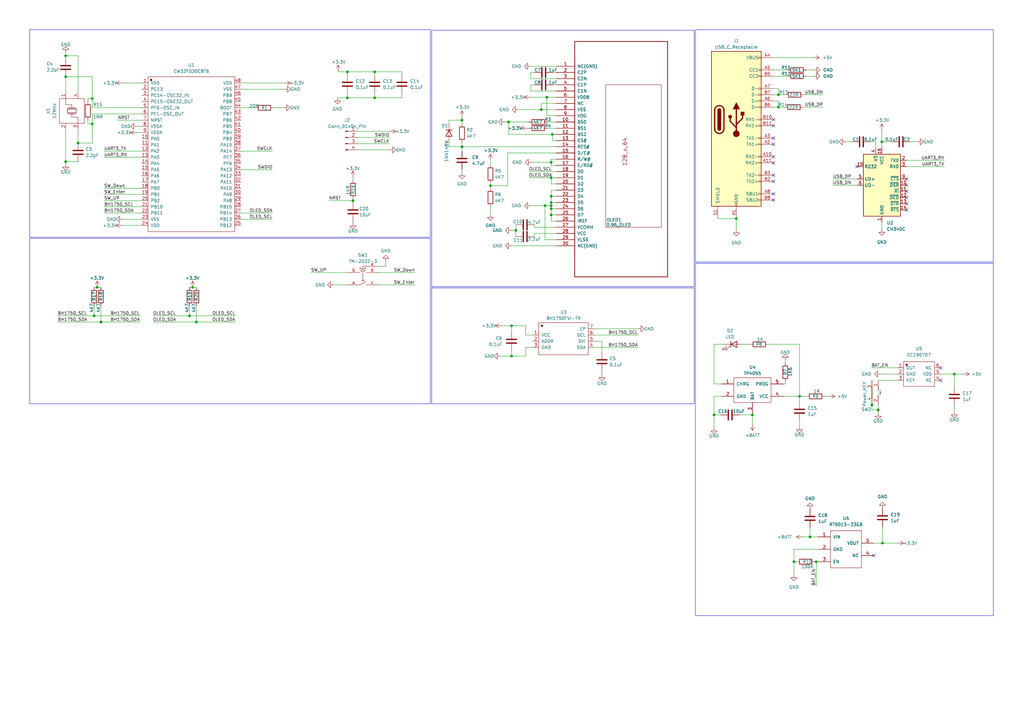
<source format=kicad_sch>
(kicad_sch (version 20230121) (generator eeschema)
  (paper "A3")
  (junction (at 142.494 29.464))
  (junction (at 80.518 132.08))
  (junction (at 201.168 76.2))
  (junction (at 153.67 40.132))
  (junction (at 226.568 55.118))
  (junction (at 39.878 117.856))
  (junction (at 361.95 222.758))
  (junction (at 226.06 88.138))
  (junction (at 189.484 60.198))
  (junction (at 226.06 85.598))
  (junction (at 325.628 230.378))
  (junction (at 37.846 50.8))
  (junction (at 189.484 49.276))
  (junction (at 357.632 166.116))
  (junction (at 221.996 44.958))
  (junction (at 224.282 39.878))
  (junction (at 78.994 117.856))
  (junction (at 308.61 170.18))
  (junction (at 142.494 40.132))
  (junction (at 319.278 43.942))
  (junction (at 211.582 94.488))
  (junction (at 332.232 220.218))
  (junction (at 209.804 133.604))
  (junction (at 319.278 38.862))
  (junction (at 292.862 170.18))
  (junction (at 360.172 168.148))
  (junction (at 32.004 58.674))
  (junction (at 26.924 22.86))
  (junction (at 226.06 72.898))
  (junction (at 77.724 129.54))
  (junction (at 334.772 230.378))
  (junction (at 391.414 153.416))
  (junction (at 302.006 89.662))
  (junction (at 153.67 29.464))
  (junction (at 41.402 132.08))
  (junction (at 226.06 83.058))
  (junction (at 144.78 82.296))
  (junction (at 26.924 66.294))
  (junction (at 361.696 58.166))
  (junction (at 223.52 84.328))
  (junction (at 209.804 146.05))
  (junction (at 226.06 84.328))
  (junction (at 38.608 129.54))
  (junction (at 208.534 50.038))
  (junction (at 327.914 162.56))
  (junction (at 26.924 31.496))
  (junction (at 226.06 80.518))
  (junction (at 226.06 66.548))
  (junction (at 37.846 40.386))
  (no_connect (at 371.856 75.946))
  (no_connect (at 371.856 86.106))
  (no_connect (at 317.246 71.882))
  (no_connect (at 371.856 81.026))
  (no_connect (at 385.826 150.876))
  (no_connect (at 371.856 83.566))
  (no_connect (at 371.856 78.486))
  (no_connect (at 317.246 82.042))
  (no_connect (at 317.246 51.562))
  (no_connect (at 371.856 73.406))
  (no_connect (at 317.246 79.502))
  (no_connect (at 385.826 155.956))
  (no_connect (at 358.394 227.838))
  (no_connect (at 351.536 68.326))
  (no_connect (at 317.246 64.262))
  (no_connect (at 317.246 66.802))
  (no_connect (at 317.246 49.022))
  (no_connect (at 317.246 59.182))
  (no_connect (at 317.246 74.422))
  (no_connect (at 317.246 56.642))
  (wire (pts (xy 317.246 36.322) (xy 319.278 36.322)))
  (wire (pts (xy 80.518 132.08) (xy 96.52 132.08)))
  (wire (pts (xy 201.168 75.184) (xy 201.168 76.2)))
  (wire (pts (xy 209.804 146.05) (xy 215.646 146.05)))
  (wire (pts (xy 36.068 49.276) (xy 36.068 50.8)))
  (wire (pts (xy 209.804 136.144) (xy 209.804 133.604)))
  (wire (pts (xy 308.61 173.99) (xy 308.61 170.18)))
  (wire (pts (xy 223.52 84.328) (xy 226.06 84.328)))
  (wire (pts (xy 164.846 40.132) (xy 153.67 40.132)))
  (wire (pts (xy 32.004 37.846) (xy 32.004 22.86)))
  (wire (pts (xy 224.536 52.578) (xy 228.092 52.578)))
  (wire (pts (xy 23.622 129.54) (xy 38.608 129.54)))
  (wire (pts (xy 26.924 66.294) (xy 32.004 66.294)))
  (wire (pts (xy 226.06 90.678) (xy 228.092 90.678)))
  (wire (pts (xy 78.994 117.856) (xy 77.724 117.856)))
  (wire (pts (xy 228.092 75.438) (xy 226.06 75.438)))
  (wire (pts (xy 329.184 220.218) (xy 332.232 220.218)))
  (wire (pts (xy 136.906 116.84) (xy 142.494 116.84)))
  (wire (pts (xy 226.06 85.598) (xy 226.06 88.138)))
  (wire (pts (xy 144.78 82.296) (xy 144.78 83.058)))
  (wire (pts (xy 26.924 22.86) (xy 26.924 23.876)))
  (wire (pts (xy 334.264 230.378) (xy 334.772 230.378)))
  (wire (pts (xy 319.278 38.862) (xy 317.246 38.862)))
  (wire (pts (xy 317.246 41.402) (xy 319.278 41.402)))
  (wire (pts (xy 36.068 50.8) (xy 37.846 50.8)))
  (wire (pts (xy 359.156 58.166) (xy 359.156 60.706)))
  (wire (pts (xy 333.502 23.622) (xy 317.246 23.622)))
  (wire (pts (xy 226.06 67.818) (xy 228.092 67.818)))
  (wire (pts (xy 327.914 141.224) (xy 327.914 162.56)))
  (wire (pts (xy 327.914 162.56) (xy 321.31 162.56)))
  (wire (pts (xy 42.672 79.756) (xy 58.166 79.756)))
  (wire (pts (xy 376.174 58.166) (xy 373.38 58.166)))
  (wire (pts (xy 23.622 132.08) (xy 41.402 132.08)))
  (wire (pts (xy 243.84 137.414) (xy 261.62 137.414)))
  (wire (pts (xy 208.28 62.738) (xy 208.28 76.2)))
  (wire (pts (xy 226.568 57.658) (xy 226.568 55.118)))
  (wire (pts (xy 42.672 82.296) (xy 58.166 82.296)))
  (wire (pts (xy 80.518 125.476) (xy 80.518 132.08)))
  (wire (pts (xy 38.608 125.476) (xy 38.608 129.54)))
  (wire (pts (xy 361.95 222.758) (xy 358.394 222.758)))
  (wire (pts (xy 228.092 62.738) (xy 208.28 62.738)))
  (wire (pts (xy 327.914 175.006) (xy 327.914 172.466)))
  (wire (pts (xy 226.06 88.138) (xy 228.092 88.138)))
  (wire (pts (xy 329.438 43.942) (xy 337.566 43.942)))
  (wire (pts (xy 134.874 82.296) (xy 144.78 82.296)))
  (wire (pts (xy 208.28 76.2) (xy 201.168 76.2)))
  (wire (pts (xy 42.672 84.836) (xy 58.166 84.836)))
  (wire (pts (xy 201.168 87.884) (xy 201.168 84.836)))
  (wire (pts (xy 319.278 38.862) (xy 322.072 38.862)))
  (wire (pts (xy 32.004 22.86) (xy 26.924 22.86)))
  (wire (pts (xy 361.696 53.34) (xy 361.696 58.166)))
  (wire (pts (xy 341.63 75.946) (xy 351.536 75.946)))
  (wire (pts (xy 111.76 87.376) (xy 98.806 87.376)))
  (wire (pts (xy 346.71 58.166) (xy 349.504 58.166)))
  (wire (pts (xy 216.408 52.578) (xy 216.916 52.578)))
  (wire (pts (xy 261.62 134.874) (xy 243.84 134.874)))
  (wire (pts (xy 208.534 55.118) (xy 208.534 50.038)))
  (wire (pts (xy 368.046 155.956) (xy 360.172 155.956)))
  (wire (pts (xy 226.06 80.518) (xy 226.06 83.058)))
  (wire (pts (xy 41.402 125.476) (xy 41.402 132.08)))
  (wire (pts (xy 217.678 34.798) (xy 217.678 37.338)))
  (wire (pts (xy 360.172 168.148) (xy 360.172 166.116)))
  (wire (pts (xy 319.278 43.942) (xy 321.818 43.942)))
  (wire (pts (xy 365.76 58.166) (xy 361.696 58.166)))
  (wire (pts (xy 184.15 58.42) (xy 184.15 60.198)))
  (wire (pts (xy 323.088 31.242) (xy 317.246 31.242)))
  (wire (pts (xy 228.092 77.978) (xy 226.06 77.978)))
  (wire (pts (xy 360.172 169.418) (xy 360.172 168.148)))
  (wire (pts (xy 62.738 129.54) (xy 77.724 129.54)))
  (wire (pts (xy 219.202 93.218) (xy 228.092 93.218)))
  (wire (pts (xy 36.068 40.386) (xy 37.846 40.386)))
  (wire (pts (xy 357.632 155.956) (xy 357.632 166.116)))
  (wire (pts (xy 56.134 54.356) (xy 58.166 54.356)))
  (wire (pts (xy 361.188 153.416) (xy 368.046 153.416)))
  (wire (pts (xy 153.67 38.354) (xy 153.67 40.132)))
  (wire (pts (xy 226.06 72.898) (xy 228.092 72.898)))
  (wire (pts (xy 357.632 166.116) (xy 357.632 168.148)))
  (wire (pts (xy 292.862 170.18) (xy 295.656 170.18)))
  (wire (pts (xy 158.242 107.188) (xy 158.242 109.22)))
  (wire (pts (xy 321.31 157.48) (xy 322.072 157.48)))
  (wire (pts (xy 116.332 44.196) (xy 112.268 44.196)))
  (wire (pts (xy 111.76 69.596) (xy 98.806 69.596)))
  (wire (pts (xy 226.06 83.058) (xy 226.06 84.328)))
  (wire (pts (xy 325.628 235.712) (xy 325.628 230.378)))
  (wire (pts (xy 243.84 142.494) (xy 261.62 142.494)))
  (wire (pts (xy 50.292 92.456) (xy 58.166 92.456)))
  (wire (pts (xy 325.628 230.378) (xy 326.644 230.378)))
  (wire (pts (xy 319.278 36.322) (xy 319.278 38.862)))
  (wire (pts (xy 228.092 85.598) (xy 226.06 85.598)))
  (wire (pts (xy 224.536 50.038) (xy 228.092 50.038)))
  (wire (pts (xy 209.804 100.838) (xy 228.092 100.838)))
  (wire (pts (xy 116.586 36.576) (xy 98.806 36.576)))
  (wire (pts (xy 189.484 61.976) (xy 189.484 60.198)))
  (wire (pts (xy 184.15 49.276) (xy 189.484 49.276)))
  (wire (pts (xy 221.996 44.958) (xy 228.092 44.958)))
  (wire (pts (xy 228.092 42.418) (xy 221.996 42.418)))
  (wire (pts (xy 219.202 29.718) (xy 217.678 29.718)))
  (wire (pts (xy 387.35 68.326) (xy 371.856 68.326)))
  (wire (pts (xy 215.646 146.05) (xy 215.646 142.494)))
  (wire (pts (xy 226.06 66.548) (xy 226.06 67.818)))
  (wire (pts (xy 217.678 27.178) (xy 228.092 27.178)))
  (wire (pts (xy 325.628 225.298) (xy 335.534 225.298)))
  (wire (pts (xy 221.996 42.418) (xy 221.996 44.958)))
  (wire (pts (xy 32.004 53.086) (xy 32.004 58.674)))
  (wire (pts (xy 217.678 29.718) (xy 217.678 32.258)))
  (wire (pts (xy 216.916 70.358) (xy 228.092 70.358)))
  (wire (pts (xy 42.672 77.216) (xy 58.166 77.216)))
  (wire (pts (xy 48.26 49.276) (xy 58.166 49.276)))
  (wire (pts (xy 292.862 157.48) (xy 292.862 141.224)))
  (wire (pts (xy 155.194 111.76) (xy 170.18 111.76)))
  (wire (pts (xy 292.862 141.224) (xy 297.18 141.224)))
  (wire (pts (xy 226.06 88.138) (xy 226.06 90.678)))
  (wire (pts (xy 302.006 89.662) (xy 294.386 89.662)))
  (wire (pts (xy 138.684 29.21) (xy 138.684 29.464)))
  (wire (pts (xy 153.67 29.464) (xy 164.846 29.464)))
  (wire (pts (xy 322.072 157.48) (xy 322.072 156.464)))
  (wire (pts (xy 138.43 40.132) (xy 142.494 40.132)))
  (wire (pts (xy 391.414 158.75) (xy 391.414 153.416)))
  (wire (pts (xy 127.508 111.76) (xy 142.494 111.76)))
  (wire (pts (xy 223.52 98.298) (xy 223.52 84.328)))
  (wire (pts (xy 357.632 168.148) (xy 360.172 168.148)))
  (wire (pts (xy 158.242 109.22) (xy 155.194 109.22)))
  (wire (pts (xy 215.646 137.414) (xy 215.646 133.604)))
  (wire (pts (xy 319.278 41.402) (xy 319.278 43.942)))
  (wire (pts (xy 56.134 51.816) (xy 58.166 51.816)))
  (wire (pts (xy 62.738 132.08) (xy 80.518 132.08)))
  (wire (pts (xy 209.804 94.488) (xy 211.582 94.488)))
  (wire (pts (xy 37.846 44.196) (xy 37.846 40.386)))
  (wire (pts (xy 212.598 44.958) (xy 221.996 44.958)))
  (wire (pts (xy 205.232 146.05) (xy 209.804 146.05)))
  (wire (pts (xy 26.924 31.496) (xy 26.924 37.846)))
  (wire (pts (xy 58.166 44.196) (xy 37.846 44.196)))
  (wire (pts (xy 209.804 133.604) (xy 215.646 133.604)))
  (wire (pts (xy 217.932 66.548) (xy 226.06 66.548)))
  (wire (pts (xy 116.586 34.036) (xy 98.806 34.036)))
  (wire (pts (xy 325.628 230.378) (xy 325.628 225.298)))
  (wire (pts (xy 361.95 216.154) (xy 361.95 222.758)))
  (wire (pts (xy 357.378 150.876) (xy 368.046 150.876)))
  (wire (pts (xy 334.772 230.378) (xy 335.534 230.378)))
  (wire (pts (xy 144.78 91.44) (xy 144.78 90.678)))
  (wire (pts (xy 26.924 66.294) (xy 26.924 53.086)))
  (wire (pts (xy 226.822 34.798) (xy 228.092 34.798)))
  (wire (pts (xy 138.684 29.464) (xy 142.494 29.464)))
  (wire (pts (xy 26.924 67.31) (xy 26.924 66.294)))
  (wire (pts (xy 37.846 58.674) (xy 37.846 50.8)))
  (wire (pts (xy 159.766 56.388) (xy 146.812 56.388)))
  (wire (pts (xy 159.766 58.928) (xy 146.812 58.928)))
  (wire (pts (xy 42.672 87.376) (xy 58.166 87.376)))
  (wire (pts (xy 228.092 47.498) (xy 224.282 47.498)))
  (wire (pts (xy 37.846 50.8) (xy 37.846 46.736)))
  (wire (pts (xy 142.494 40.132) (xy 142.494 38.354)))
  (wire (pts (xy 322.072 147.828) (xy 322.072 148.844)))
  (wire (pts (xy 302.006 94.234) (xy 302.006 89.662)))
  (wire (pts (xy 219.202 34.798) (xy 217.678 34.798)))
  (wire (pts (xy 330.708 162.56) (xy 327.914 162.56)))
  (wire (pts (xy 189.484 70.866) (xy 189.484 69.596)))
  (wire (pts (xy 142.494 29.464) (xy 153.67 29.464)))
  (wire (pts (xy 184.15 50.8) (xy 184.15 49.276)))
  (wire (pts (xy 226.06 77.978) (xy 226.06 80.518)))
  (wire (pts (xy 155.194 116.84) (xy 170.18 116.84)))
  (wire (pts (xy 50.292 89.916) (xy 58.166 89.916)))
  (wire (pts (xy 292.862 170.18) (xy 292.862 162.56)))
  (wire (pts (xy 226.568 55.118) (xy 228.092 55.118)))
  (wire (pts (xy 41.402 132.08) (xy 57.404 132.08)))
  (wire (pts (xy 334.772 240.284) (xy 334.772 230.378)))
  (wire (pts (xy 361.696 58.166) (xy 361.696 60.706)))
  (wire (pts (xy 144.78 72.644) (xy 144.78 73.914)))
  (wire (pts (xy 111.76 61.976) (xy 98.806 61.976)))
  (wire (pts (xy 226.06 65.278) (xy 226.06 66.548)))
  (wire (pts (xy 215.646 142.494) (xy 218.44 142.494)))
  (wire (pts (xy 226.568 55.118) (xy 208.534 55.118)))
  (wire (pts (xy 36.068 41.656) (xy 36.068 40.386)))
  (wire (pts (xy 218.44 137.414) (xy 215.646 137.414)))
  (wire (pts (xy 189.484 49.276) (xy 189.484 50.8)))
  (wire (pts (xy 42.672 61.976) (xy 58.166 61.976)))
  (wire (pts (xy 164.846 38.354) (xy 164.846 40.132)))
  (wire (pts (xy 201.168 76.2) (xy 201.168 77.216)))
  (wire (pts (xy 184.15 60.198) (xy 189.484 60.198)))
  (wire (pts (xy 226.06 84.328) (xy 226.06 85.598)))
  (wire (pts (xy 153.67 40.132) (xy 142.494 40.132)))
  (wire (pts (xy 217.678 84.328) (xy 223.52 84.328)))
  (wire (pts (xy 319.278 43.942) (xy 317.246 43.942)))
  (wire (pts (xy 189.484 58.42) (xy 189.484 60.198)))
  (wire (pts (xy 211.582 94.488) (xy 211.582 92.202)))
  (wire (pts (xy 323.088 28.702) (xy 317.246 28.702)))
  (wire (pts (xy 304.8 141.224) (xy 307.594 141.224)))
  (wire (pts (xy 292.862 175.514) (xy 292.862 170.18)))
  (wire (pts (xy 243.84 139.954) (xy 246.888 139.954)))
  (wire (pts (xy 201.168 65.786) (xy 201.168 67.564)))
  (wire (pts (xy 211.582 94.488) (xy 211.582 97.028)))
  (wire (pts (xy 228.092 98.298) (xy 223.52 98.298)))
  (wire (pts (xy 38.608 129.54) (xy 57.404 129.54)))
  (wire (pts (xy 77.724 125.476) (xy 77.724 129.54)))
  (wire (pts (xy 292.862 162.56) (xy 295.91 162.56)))
  (wire (pts (xy 357.124 58.166) (xy 359.156 58.166)))
  (wire (pts (xy 26.924 21.59) (xy 26.924 22.86)))
  (wire (pts (xy 42.672 64.516) (xy 58.166 64.516)))
  (wire (pts (xy 217.678 39.878) (xy 224.282 39.878)))
  (wire (pts (xy 224.282 47.498) (xy 224.282 39.878)))
  (wire (pts (xy 104.648 44.196) (xy 98.806 44.196)))
  (wire (pts (xy 246.888 139.954) (xy 246.888 144.526)))
  (wire (pts (xy 207.01 50.038) (xy 208.534 50.038)))
  (wire (pts (xy 209.804 143.764) (xy 209.804 146.05)))
  (wire (pts (xy 159.766 61.468) (xy 146.812 61.468)))
  (wire (pts (xy 394.97 153.416) (xy 391.414 153.416)))
  (wire (pts (xy 153.67 29.464) (xy 153.67 30.734)))
  (wire (pts (xy 226.06 83.058) (xy 228.092 83.058)))
  (wire (pts (xy 391.414 168.91) (xy 391.414 166.37)))
  (wire (pts (xy 330.708 28.702) (xy 333.756 28.702)))
  (wire (pts (xy 226.822 29.718) (xy 228.092 29.718)))
  (wire (pts (xy 332.232 220.218) (xy 335.534 220.218)))
  (wire (pts (xy 111.76 89.916) (xy 98.806 89.916)))
  (wire (pts (xy 217.678 32.258) (xy 228.092 32.258)))
  (wire (pts (xy 77.724 129.54) (xy 96.52 129.54)))
  (wire (pts (xy 332.232 216.408) (xy 332.232 220.218)))
  (wire (pts (xy 315.214 141.224) (xy 327.914 141.224)))
  (wire (pts (xy 142.494 29.464) (xy 142.494 30.734)))
  (wire (pts (xy 391.414 153.416) (xy 385.826 153.416)))
  (wire (pts (xy 216.916 72.898) (xy 226.06 72.898)))
  (wire (pts (xy 228.092 65.278) (xy 226.06 65.278)))
  (wire (pts (xy 303.276 170.18) (xy 308.61 170.18)))
  (wire (pts (xy 78.994 117.856) (xy 80.518 117.856)))
  (wire (pts (xy 37.846 46.736) (xy 58.166 46.736)))
  (wire (pts (xy 205.74 133.604) (xy 209.804 133.604)))
  (wire (pts (xy 217.678 37.338) (xy 228.092 37.338)))
  (wire (pts (xy 219.202 92.202) (xy 219.202 93.218)))
  (wire (pts (xy 226.06 80.518) (xy 228.092 80.518)))
  (wire (pts (xy 32.004 58.674) (xy 37.846 58.674)))
  (wire (pts (xy 330.708 31.242) (xy 333.756 31.242)))
  (wire (pts (xy 338.328 162.56) (xy 339.852 162.56)))
  (wire (pts (xy 50.292 34.036) (xy 58.166 34.036)))
  (wire (pts (xy 327.914 164.846) (xy 327.914 162.56)))
  (wire (pts (xy 361.696 93.98) (xy 361.696 91.186)))
  (wire (pts (xy 164.846 29.464) (xy 164.846 30.734)))
  (wire (pts (xy 39.878 117.856) (xy 41.402 117.856)))
  (wire (pts (xy 246.888 153.67) (xy 246.888 152.146)))
  (wire (pts (xy 224.282 39.878) (xy 228.092 39.878)))
  (wire (pts (xy 228.092 57.658) (xy 226.568 57.658)))
  (wire (pts (xy 189.484 48.006) (xy 189.484 49.276)))
  (wire (pts (xy 37.846 31.496) (xy 26.924 31.496)))
  (wire (pts (xy 226.06 75.438) (xy 226.06 72.898)))
  (wire (pts (xy 208.534 50.038) (xy 216.916 50.038)))
  (wire (pts (xy 144.78 81.534) (xy 144.78 82.296)))
  (wire (pts (xy 159.766 53.848) (xy 146.812 53.848)))
  (wire (pts (xy 368.046 222.758) (xy 361.95 222.758)))
  (wire (pts (xy 37.846 40.386) (xy 37.846 31.496)))
  (wire (pts (xy 387.35 65.786) (xy 371.856 65.786)))
  (wire (pts (xy 295.91 157.48) (xy 292.862 157.48)))
  (wire (pts (xy 341.63 73.406) (xy 351.536 73.406)))
  (wire (pts (xy 219.202 95.758) (xy 219.202 97.028)))
  (wire (pts (xy 228.092 95.758) (xy 219.202 95.758)))
  (wire (pts (xy 189.484 60.198) (xy 228.092 60.198)))
  (wire (pts (xy 329.692 38.862) (xy 337.566 38.862)))
  (wire (pts (xy 39.878 117.856) (xy 38.608 117.856)))
  (rectangle (start 12.192 97.79) (end 176.53 165.608))
  (rectangle (start 285.242 107.95) (end 407.416 252.476))
  (rectangle (start 177.038 12.446) (end 284.734 117.602))
  (rectangle (start 177.038 118.11) (end 284.734 165.608))
  (rectangle (start 285.242 12.192) (end 407.416 107.442))
  (rectangle (start 12.192 12.192) (end 176.53 97.282))
  (label "SWCLK" (at 159.766 58.928 180))
  (label "SW_UP" (at 42.672 82.296 0))
  (label "BH1750_SDA" (at 57.404 132.08 180))
  (label "SWDIO" (at 159.766 56.388 180))
  (label "UART3_RX" (at 387.35 65.786 180))
  (label "BH1750_SCL" (at 57.404 129.54 180))
  (label "NRST" (at 48.26 49.276 0))
  (label "OLED_SDA" (at 62.738 132.08 0))
  (label "OLED_SCL" (at 96.52 129.54 180))
  (label "USB_DN" (at 337.566 38.862 180))
  (label "BH1750_SCL" (at 23.622 129.54 0))
  (label "NRST" (at 134.874 82.296 0))
  (label "SWCLK" (at 111.76 61.976 180))
  (label "BAT_EN" (at 357.378 150.876 0))
  (label "OLED_SDA" (at 216.916 72.898 0))
  (label "OLED_SDA" (at 111.76 87.376 180))
  (label "UART3_RX" (at 42.672 64.516 0))
  (label "BH1750_SDA" (at 42.672 87.376 0))
  (label "OLED_SCL" (at 62.738 129.54 0))
  (label "SW_Enter" (at 170.18 116.84 180))
  (label "SW_UP" (at 127.508 111.76 0))
  (label "UART3_TX" (at 387.35 68.326 180))
  (label "OLED_SCL" (at 216.916 70.358 0))
  (label "UART3_TX" (at 42.672 61.976 0))
  (label "SWDIO" (at 111.76 69.596 180))
  (label "OLED_SDA" (at 96.52 132.08 180))
  (label "USB_DN" (at 341.63 75.946 0))
  (label "BH1750_SCL" (at 42.672 84.836 0))
  (label "OLED_SCL" (at 111.76 89.916 180))
  (label "BAT_EN" (at 334.772 240.284 90))
  (label "USB_DP" (at 341.63 73.406 0))
  (label "SW_Down" (at 170.18 111.76 180))
  (label "SW_Enter" (at 42.672 79.756 0))
  (label "USB_DP" (at 337.566 43.942 180))
  (label "BH1750_SDA" (at 261.62 142.494 180))
  (label "SW_Down" (at 42.672 77.216 0))
  (label "BH1750_SDA" (at 23.622 132.08 0))
  (label "BH1750_SCL" (at 261.62 137.414 180))
  (symbol (lib_id "Device:R") (at 201.168 81.026 0) (unit 1)
    (property "Reference" "R6" (at 202.946 79.756 0) (effects (justify left)))
    (property "Value" "4K7" (at 202.946 82.296 0) (effects (justify left)))
    (property "Footprint" "Resistor_SMD:R_0603_1608Metric" (effects hide))
  )
  (symbol (lib_id "Device:R") (at 325.882 38.862 90) (unit 1)
    (property "Reference" "R13" (at 323.342 37.846 90) (effects (justify left)))
    (property "Value" "22R" (at 327.66 38.862 90) (effects (justify left)))
    (property "Footprint" "Resistor_SMD:R_0603_1608Metric" (effects hide))
  )
  (symbol (lib_id "power:GND") (at 332.232 208.788 180) (unit 1)
    (property "Reference" "#PWR047" (effects hide))
    (property "Value" "GND" (at 332.232 204.47 0))
  )
  (symbol (lib_id "Device:R") (at 38.608 121.666 0) (unit 1)
    (property "Reference" "R17" (at 38.608 123.444 90) (effects (justify left)))
    (property "Value" "4K7" (at 37.592 128.27 90) (effects (justify left)))
    (property "Footprint" "Resistor_SMD:R_0603_1608Metric" (effects hide))
  )
  (symbol (lib_id "power:+3.3V") (at 205.74 133.604 90) (unit 1)
    (property "Reference" "#PWR016" (effects hide))
    (property "Value" "+3.3V" (at 203.454 133.604 90) (effects (justify left)))
  )
  (symbol (lib_id "power:GND") (at 217.932 66.548 270) (unit 1)
    (property "Reference" "#PWR021" (effects hide))
    (property "Value" "GND" (at 214.122 66.548 90) (effects (justify right)))
  )
  (symbol (lib_id "Device:C") (at 142.494 34.544 0) (unit 1)
    (property "Reference" "C12" (at 145.796 33.274 0) (effects (justify left)))
    (property "Value" "0.1uF" (at 145.796 35.814 0) (effects (justify left)))
    (property "Footprint" "Capacitor_SMD:C_0603_1608Metric" (effects hide))
  )
  (symbol (lib_id "Device:R") (at 189.484 54.61 0) (unit 1)
    (property "Reference" "R2" (at 191.262 53.34 0) (effects (justify left)))
    (property "Value" "4K7" (at 191.262 55.88 0) (effects (justify left)))
    (property "Footprint" "Resistor_SMD:R_0603_1608Metric" (effects hide))
  )
  (symbol (lib_id "Device:C") (at 189.484 65.786 0) (unit 1)
    (property "Reference" "C9" (at 193.548 64.516 0) (effects (justify left)))
    (property "Value" "4.7uF" (at 193.548 67.056 0) (effects (justify left)))
    (property "Footprint" "Capacitor_SMD:C_0603_1608Metric" (effects hide))
  )
  (symbol (lib_id "power:GND") (at 26.924 21.59 180) (unit 1)
    (property "Reference" "#PWR056" (effects hide))
    (property "Value" "GND" (at 26.924 18.288 0))
  )
  (symbol (lib_id "power:+3.3V") (at 159.766 53.848 270) (unit 1)
    (property "Reference" "#PWR053" (effects hide))
    (property "Value" "+3.3V" (at 162.052 53.848 90) (effects (justify left)))
  )
  (symbol (lib_id "Device:C") (at 215.392 97.028 90) (unit 1)
    (property "Reference" "C11" (at 212.598 98.552 90))
    (property "Value" "2.2uF" (at 219.202 98.044 90))
    (property "Footprint" "Capacitor_SMD:C_0603_1608Metric" (effects hide))
  )
  (symbol (lib_id "kicad_lceda:TP4055") (at 308.61 162.56 0) (unit 1)
    (property "Reference" "U4" (at 308.61 150.622 0))
    (property "Value" "TP4055" (at 308.61 153.162 0))
    (property "Footprint" "kicad_lceda:SOT-23-5_L3.0-W1.7-P0.95-LS2.8-BR" (effects hide))
    (property "Datasheet" "http://www.szlcsc.com/product/details_29192.html" (effects hide))
    (property "SuppliersPartNumber" "C28441" (effects hide))
    (property "uuid" "std:1bbebf92ddc54dda57cea3e94146e35d" (effects hide))
  )
  (symbol (lib_id "power:GND") (at 201.168 87.884 0) (unit 1)
    (property "Reference" "#PWR027" (effects hide))
    (property "Value" "GND" (at 201.168 92.456 0))
  )
  (symbol (lib_id "kicad_lceda:X1E0000210375000G") (at 29.464 45.466 270) (unit 1)
    (property "Reference" "X1" (at 19.812 45.466 0))
    (property "Value" "12MHz" (at 22.352 45.466 0))
    (property "Footprint" "kicad_lceda:CRYSTAL-SMD_4P-L3.2-W2.5-BL" (effects hide))
    (property "Datasheet" "http://www.szlcsc.com/product/details_90559.html" (effects hide))
    (property "SuppliersPartNumber" "C89379" (effects hide))
    (property "uuid" "std:02b1c9aa34634cb4c4d01622c3340320" (effects hide))
  )
  (symbol (lib_id "power:GND") (at 209.804 94.488 270) (unit 1)
    (property "Reference" "#PWR030" (effects hide))
    (property "Value" "GND" (at 205.994 94.488 90) (effects (justify right)))
  )
  (symbol (lib_id "power:GND") (at 217.678 84.328 270) (unit 1)
    (property "Reference" "#PWR022" (effects hide))
    (property "Value" "GND" (at 213.868 84.328 90) (effects (justify right)))
  )
  (symbol (lib_id "Device:R") (at 334.518 162.56 270) (unit 1)
    (property "Reference" "R9" (at 335.788 162.56 90) (effects (justify right)))
    (property "Value" "1R" (at 336.296 160.528 90) (effects (justify right)))
    (property "Footprint" "Resistor_SMD:R_0603_1608Metric" (effects hide))
  )
  (symbol (lib_id "Device:C") (at 369.57 58.166 270) (mirror x) (unit 1)
    (property "Reference" "C2" (at 371.856 57.15 90))
    (property "Value" "0.1uF" (at 365.76 57.15 90))
    (property "Footprint" "Capacitor_SMD:C_0603_1608Metric" (effects hide))
  )
  (symbol (lib_id "power:GND") (at 361.188 153.416 270) (mirror x) (unit 1)
    (property "Reference" "#PWR040" (effects hide))
    (property "Value" "GND" (at 355.346 153.416 90))
  )
  (symbol (lib_id "power:+3.3V") (at 217.678 39.878 90) (unit 1)
    (property "Reference" "#PWR020" (effects hide))
    (property "Value" "+3.3V" (at 215.392 39.878 90) (effects (justify left)))
  )
  (symbol (lib_id "Device:C") (at 215.392 92.202 90) (unit 1)
    (property "Reference" "C10" (at 212.344 90.932 90))
    (property "Value" "4.7uF" (at 219.202 91.186 90))
    (property "Footprint" "Capacitor_SMD:C_0603_1608Metric" (effects hide))
  )
  (symbol (lib_id "Device:R") (at 220.726 52.578 90) (unit 1)
    (property "Reference" "R4" (at 226.06 51.562 90) (effects (justify left)))
    (property "Value" "4K7" (at 222.504 52.578 90) (effects (justify left)))
    (property "Footprint" "Resistor_SMD:R_0603_1608Metric" (effects hide))
  )
  (symbol (lib_id "power:GND") (at 391.414 168.91 0) (mirror y) (unit 1)
    (property "Reference" "#PWR042" (effects hide))
    (property "Value" "GND" (at 391.414 172.212 0))
  )
  (symbol (lib_id "UserLib:0.96_OLED") (at 253.492 65.278 270) (unit 1)
    (property "Reference" "OLED1" (at 248.666 90.17 90) (effects (justify left)))
    (property "Value" "0.96_OLED" (at 248.666 92.202 90) (effects (justify left)))
    (property "Footprint" "Userlib:OLED_0.96-30P-P0.70-12864" (effects hide))
    (property "Datasheet" "http://www.szlcsc.com/product/details_235380.html" (effects hide))
    (property "SuppliersPartNumber" "C194313" (effects hide))
    (property "uuid" "std:78f995edecce44a1875d02ef1a6329ac" (effects hide))
  )
  (symbol (lib_id "power:GND") (at 116.332 44.196 90) (unit 1)
    (property "Reference" "#PWR013" (effects hide))
    (property "Value" "GND" (at 120.904 44.196 90))
  )
  (symbol (lib_id "power:GND") (at 159.766 61.468 90) (unit 1)
    (property "Reference" "#PWR054" (effects hide))
    (property "Value" "GND" (at 164.338 61.468 90))
  )
  (symbol (lib_id "power:GND") (at 246.888 153.67 0) (unit 1)
    (property "Reference" "#PWR015" (effects hide))
    (property "Value" "GND" (at 246.888 157.226 0))
  )
  (symbol (lib_id "power:GND") (at 209.804 100.838 270) (unit 1)
    (property "Reference" "#PWR029" (effects hide))
    (property "Value" "GND" (at 205.994 100.838 90) (effects (justify right)))
  )
  (symbol (lib_id "Device:R") (at 326.898 31.242 90) (unit 1)
    (property "Reference" "R12" (at 324.358 30.226 90) (effects (justify left)))
    (property "Value" "5K1" (at 328.676 31.242 90) (effects (justify left)))
    (property "Footprint" "Resistor_SMD:R_0603_1608Metric" (effects hide))
  )
  (symbol (lib_id "Device:R") (at 322.072 152.654 180) (unit 1)
    (property "Reference" "R7" (at 322.072 153.924 90) (effects (justify right)))
    (property "Value" "1K6" (at 324.104 154.432 90) (effects (justify right)))
    (property "Footprint" "Resistor_SMD:R_0603_1608Metric" (effects hide))
  )
  (symbol (lib_id "Device:R") (at 330.454 230.378 90) (unit 1)
    (property "Reference" "R10" (at 329.184 230.378 90) (effects (justify right)))
    (property "Value" "100K" (at 328.676 232.41 90) (effects (justify right)))
    (property "Footprint" "Resistor_SMD:R_0603_1608Metric" (effects hide))
  )
  (symbol (lib_id "power:GND") (at 361.696 93.98 0) (unit 1)
    (property "Reference" "#PWR010" (effects hide))
    (property "Value" "GND" (at 361.696 99.314 0))
  )
  (symbol (lib_id "Device:R") (at 144.78 77.724 180) (unit 1)
    (property "Reference" "R16" (at 144.78 77.724 90))
    (property "Value" "1KR" (at 142.748 77.978 90))
    (property "Footprint" "Resistor_SMD:R_0603_1608Metric" (effects hide))
  )
  (symbol (lib_id "Device:C") (at 209.804 139.954 0) (mirror x) (unit 1)
    (property "Reference" "C6" (at 205.994 138.684 0) (effects (justify right)))
    (property "Value" "0.1uF" (at 205.994 141.224 0) (effects (justify right)))
    (property "Footprint" "Capacitor_SMD:C_0603_1608Metric" (effects hide))
  )
  (symbol (lib_id "kicad_lceda:CW32F030C8T6") (at 78.486 63.246 0) (unit 1)
    (property "Reference" "U1" (at 78.486 26.67 0))
    (property "Value" "CW32F030C8T6" (at 78.486 29.21 0))
    (property "Footprint" "kicad_lceda:LQFP-48_L7.0-W7.0-P0.50-LS9.0-BL" (effects hide))
    (property "SuppliersPartNumber" "C9900005459" (effects hide))
    (property "uuid" "std:5cbba0cdcb3e47389457023bbe0c3c3a" (effects hide))
  )
  (symbol (lib_id "power:GND") (at 158.242 107.188 180) (unit 1)
    (property "Reference" "#PWR033" (effects hide))
    (property "Value" "GND" (at 158.242 102.87 0))
  )
  (symbol (lib_id "power:GND") (at 207.01 50.038 270) (unit 1)
    (property "Reference" "#PWR025" (effects hide))
    (property "Value" "GND" (at 204.216 50.038 90) (effects (justify right)))
  )
  (symbol (lib_id "power:GND") (at 205.232 146.05 270) (unit 1)
    (property "Reference" "#PWR017" (effects hide))
    (property "Value" "GND" (at 200.66 146.05 90))
  )
  (symbol (lib_id "Device:C") (at 299.466 170.18 90) (unit 1)
    (property "Reference" "C16" (at 296.418 168.656 90))
    (property "Value" "10uF" (at 303.022 168.656 90))
    (property "Footprint" "Capacitor_SMD:C_0603_1608Metric" (effects hide))
  )
  (symbol (lib_id "Device:R") (at 77.724 121.666 0) (unit 1)
    (property "Reference" "R19" (at 77.724 123.444 90) (effects (justify left)))
    (property "Value" "4K7" (at 76.708 128.27 90) (effects (justify left)))
    (property "Footprint" "Resistor_SMD:R_0603_1608Metric" (effects hide))
  )
  (symbol (lib_id "power:+3.3V") (at 201.168 65.786 0) (unit 1)
    (property "Reference" "#PWR028" (effects hide))
    (property "Value" "+3.3V" (at 198.374 61.722 0) (effects (justify left)))
  )
  (symbol (lib_id "Device:C") (at 361.95 212.344 0) (unit 1)
    (property "Reference" "C19" (at 365.252 211.074 0) (effects (justify left)))
    (property "Value" "1uF" (at 365.252 213.614 0) (effects (justify left)))
    (property "Footprint" "Capacitor_SMD:C_0603_1608Metric" (effects hide))
  )
  (symbol (lib_id "power:GND") (at 376.174 58.166 90) (mirror x) (unit 1)
    (property "Reference" "#PWR055" (effects hide))
    (property "Value" "GND" (at 378.714 58.166 90) (effects (justify right)))
  )
  (symbol (lib_id "Device:R") (at 311.404 141.224 270) (unit 1)
    (property "Reference" "R8" (at 312.674 141.224 90) (effects (justify right)))
    (property "Value" "1K" (at 313.182 139.192 90) (effects (justify right)))
    (property "Footprint" "Resistor_SMD:R_0603_1608Metric" (effects hide))
  )
  (symbol (lib_id "power:GND") (at 325.628 235.712 0) (unit 1)
    (property "Reference" "#PWR045" (effects hide))
    (property "Value" "GND" (at 325.628 240.792 0))
  )
  (symbol (lib_id "power:+3.3V") (at 39.878 117.856 0) (unit 1)
    (property "Reference" "#PWR058" (effects hide))
    (property "Value" "+3.3V" (at 36.83 114.046 0) (effects (justify left)))
  )
  (symbol (lib_id "power:GND") (at 361.95 208.534 180) (unit 1)
    (property "Reference" "#PWR048" (effects hide))
    (property "Value" "GND" (at 361.95 203.708 0))
  )
  (symbol (lib_id "power:GND") (at 327.914 175.006 0) (mirror y) (unit 1)
    (property "Reference" "#PWR037" (effects hide))
    (property "Value" "GND" (at 327.914 178.308 0))
  )
  (symbol (lib_id "power:GND") (at 212.598 44.958 270) (unit 1)
    (property "Reference" "#PWR019" (effects hide))
    (property "Value" "GND" (at 208.788 44.958 90) (effects (justify right)))
  )
  (symbol (lib_id "Connector:USB_C_Receptacle") (at 302.006 49.022 0) (unit 1)
    (property "Reference" "J1" (at 302.006 16.764 0))
    (property "Value" "USB_C_Receptacle" (at 302.006 19.304 0))
    (property "Footprint" "Connector_USB:USB_C_Receptacle_GCT_USB4105-xx-A_16P_TopMnt_Horizontal" (effects hide))
    (property "Datasheet" "https://www.usb.org/sites/default/files/documents/usb_type-c.zip" (effects hide))
  )
  (symbol (lib_id "power:+5V") (at 394.97 153.416 270) (unit 1)
    (property "Reference" "#PWR041" (effects hide))
    (property "Value" "+5V" (at 398.526 153.416 90) (effects (justify left)))
  )
  (symbol (lib_id "power:+3.3V") (at 138.684 29.21 0) (unit 1)
    (property "Reference" "#PWR031" (effects hide))
    (property "Value" "+3.3V" (at 135.89 25.4 0) (effects (justify left)))
  )
  (symbol (lib_id "power:GND") (at 116.586 36.576 90) (unit 1)
    (property "Reference" "#PWR06" (effects hide))
    (property "Value" "GND" (at 121.158 36.576 90))
  )
  (symbol (lib_id "power:+BATT") (at 308.61 173.99 180) (unit 1)
    (property "Reference" "#PWR043" (effects hide))
    (property "Value" "+BATT" (at 308.61 178.562 0))
  )
  (symbol (lib_id "power:+5V") (at 333.502 23.622 270) (unit 1)
    (property "Reference" "#PWR049" (effects hide))
    (property "Value" "+5V" (at 337.312 23.622 90) (effects (justify left)))
  )
  (symbol (lib_id "power:GND") (at 136.906 116.84 270) (unit 1)
    (property "Reference" "#PWR034" (effects hide))
    (property "Value" "GND" (at 133.35 116.84 90) (effects (justify right)))
  )
  (symbol (lib_id "power:GND") (at 144.78 91.44 0) (unit 1)
    (property "Reference" "#PWR08" (effects hide))
    (property "Value" "GND" (at 144.78 94.742 0))
  )
  (symbol (lib_id "Device:C") (at 246.888 148.336 0) (unit 1)
    (property "Reference" "C5" (at 249.936 147.066 0) (effects (justify left)))
    (property "Value" "0.1uF" (at 249.936 149.606 0) (effects (justify left)))
    (property "Footprint" "Capacitor_SMD:C_0603_1608Metric" (effects hide))
  )
  (symbol (lib_id "power:GND") (at 360.172 169.418 0) (mirror y) (unit 1)
    (property "Reference" "#PWR039" (effects hide))
    (property "Value" "GND" (at 360.172 172.72 0))
  )
  (symbol (lib_id "power:GND") (at 261.62 134.874 90) (unit 1)
    (property "Reference" "#PWR014" (effects hide))
    (property "Value" "GND" (at 266.192 134.874 90))
  )
  (symbol (lib_id "Device:R") (at 201.168 71.374 0) (unit 1)
    (property "Reference" "R5" (at 202.946 70.104 0) (effects (justify left)))
    (property "Value" "4K7" (at 202.946 72.644 0) (effects (justify left)))
    (property "Footprint" "Resistor_SMD:R_0603_1608Metric" (effects hide))
  )
  (symbol (lib_id "Device:R") (at 326.898 28.702 90) (unit 1)
    (property "Reference" "R11" (at 324.358 27.686 90) (effects (justify left)))
    (property "Value" "5K1" (at 328.676 28.702 90) (effects (justify left)))
    (property "Footprint" "Resistor_SMD:R_0603_1608Metric" (effects hide))
  )
  (symbol (lib_id "Device:R") (at 80.518 121.666 0) (unit 1)
    (property "Reference" "R20" (at 80.518 123.444 90) (effects (justify left)))
    (property "Value" "4K7" (at 79.502 128.27 90) (effects (justify left)))
    (property "Footprint" "Resistor_SMD:R_0603_1608Metric" (effects hide))
  )
  (symbol (lib_id "power:+3.3V") (at 116.586 34.036 270) (unit 1)
    (property "Reference" "#PWR07" (effects hide))
    (property "Value" "+3.3V" (at 118.872 34.036 90) (effects (justify left)))
  )
  (symbol (lib_id "power:+3.3V") (at 78.994 117.856 0) (unit 1)
    (property "Reference" "#PWR059" (effects hide))
    (property "Value" "+3.3V" (at 75.946 114.046 0) (effects (justify left)))
  )
  (symbol (lib_id "Diode:1N4148W") (at 184.15 54.61 270) (unit 1)
    (property "Reference" "D1" (at 181.102 51.562 90) (effects (justify left)))
    (property "Value" "1N4148W" (at 183.134 57.404 0) (effects (justify left)))
    (property "Footprint" "Diode_SMD:D_SOD-123" (effects hide))
    (property "Datasheet" "https://www.vishay.com/docs/85748/1n4148w.pdf" (effects hide))
    (property "Sim.Device" "D" (effects hide))
    (property "Sim.Pins" "1=K 2=A" (effects hide))
  )
  (symbol (lib_id "Device:R") (at 325.628 43.942 90) (unit 1)
    (property "Reference" "R14" (at 323.088 42.926 90) (effects (justify left)))
    (property "Value" "22R" (at 327.406 43.942 90) (effects (justify left)))
    (property "Footprint" "Resistor_SMD:R_0603_1608Metric" (effects hide))
  )
  (symbol (lib_id "power:+3.3V") (at 368.046 222.758 270) (unit 1)
    (property "Reference" "#PWR046" (effects hide))
    (property "Value" "+3.3V" (at 370.332 222.758 90) (effects (justify left)))
  )
  (symbol (lib_id "Device:C") (at 391.414 162.56 0) (unit 1)
    (property "Reference" "C17" (at 394.716 161.29 0) (effects (justify left)))
    (property "Value" "1uF" (at 394.716 163.83 0) (effects (justify left)))
    (property "Footprint" "Capacitor_SMD:C_0603_1608Metric" (effects hide))
  )
  (symbol (lib_id "Device:C") (at 144.78 86.868 0) (unit 1)
    (property "Reference" "C20" (at 147.32 85.598 0) (effects (justify left)))
    (property "Value" "10uF" (at 147.32 88.138 0) (effects (justify left)))
    (property "Footprint" "Capacitor_SMD:C_0603_1608Metric" (effects hide))
  )
  (symbol (lib_id "power:+3.3V") (at 216.408 52.578 90) (unit 1)
    (property "Reference" "#PWR026" (effects hide))
    (property "Value" "+3.3V" (at 214.122 52.578 90) (effects (justify left)))
  )
  (symbol (lib_id "Device:C") (at 32.004 62.484 0) (unit 1)
    (property "Reference" "C3" (at 35.052 61.214 0) (effects (justify left)))
    (property "Value" "2.2pF" (at 35.052 63.754 0) (effects (justify left)))
    (property "Footprint" "Capacitor_SMD:C_0603_1608Metric" (effects hide))
  )
  (symbol (lib_id "Device:R") (at 36.068 45.466 0) (unit 1)
    (property "Reference" "R15" (at 38.1 42.926 0) (effects (justify left)))
    (property "Value" "1MR" (at 38.1 48.006 0) (effects (justify left)))
    (property "Footprint" "Resistor_SMD:R_0603_1608Metric" (effects hide))
  )
  (symbol (lib_id "Device:C") (at 332.232 212.598 0) (unit 1)
    (property "Reference" "C18" (at 335.534 211.328 0) (effects (justify left)))
    (property "Value" "1uF" (at 335.534 213.868 0) (effects (justify left)))
    (property "Footprint" "Capacitor_SMD:C_0603_1608Metric" (effects hide))
  )
  (symbol (lib_id "power:GND") (at 189.484 70.866 0) (unit 1)
    (property "Reference" "#PWR024" (effects hide))
    (property "Value" "GND" (at 189.484 75.438 0))
  )
  (symbol (lib_id "kicad_lceda:BH1750FVI-TR") (at 231.14 139.954 0) (unit 1)
    (property "Reference" "U3" (at 231.14 128.016 0))
    (property "Value" "BH1750FVI-TR" (at 231.14 130.556 0))
    (property "Footprint" "kicad_lceda:WSOF-6_L2.6-W1.6-P0.50-TL-EP" (effects hide))
    (property "Datasheet" "http://www.szlcsc.com/product/details_80097.html" (effects hide))
    (property "SuppliersPartNumber" "C78960" (effects hide))
    (property "uuid" "std:ad077cab6f5543c0a7684bbb7601c08a" (effects hide))
  )
  (symbol (lib_id "Device:C") (at 164.846 34.544 0) (unit 1)
    (property "Reference" "C14" (at 168.148 33.274 0) (effects (justify left)))
    (property "Value" "0.1uF" (at 168.148 35.814 0) (effects (justify left)))
    (property "Footprint" "Capacitor_SMD:C_0603_1608Metric" (effects hide))
  )
  (symbol (lib_id "Connector:Conn_01x04_Pin") (at 141.732 56.388 0) (unit 1)
    (property "Reference" "J2" (at 142.367 49.276 0))
    (property "Value" "Conn_01x04_Pin" (at 142.367 51.816 0))
    (property "Footprint" "Userlib:SWD_Port" (effects hide))
  )
  (symbol (lib_id "power:GND") (at 322.072 147.828 180) (unit 1)
    (property "Reference" "#PWR035" (effects hide))
    (property "Value" "GND" (at 322.072 144.526 0))
  )
  (symbol (lib_id "power:GND") (at 56.134 51.816 270) (mirror x) (unit 1)
    (property "Reference" "#PWR09" (effects hide))
    (property "Value" "GND" (at 51.562 51.816 90))
  )
  (symbol (lib_id "power:GND") (at 26.924 67.31 0) (unit 1)
    (property "Reference" "#PWR01" (effects hide))
    (property "Value" "GND" (at 26.924 70.612 0))
  )
  (symbol (lib_id "Device:R") (at 41.402 121.666 0) (unit 1)
    (property "Reference" "R18" (at 41.402 123.444 90) (effects (justify left)))
    (property "Value" "4K7" (at 40.386 128.27 90) (effects (justify left)))
    (property "Footprint" "Resistor_SMD:R_0603_1608Metric" (effects hide))
  )
  (symbol (lib_id "Device:R") (at 220.726 50.038 90) (unit 1)
    (property "Reference" "R3" (at 226.06 49.022 90) (effects (justify left)))
    (property "Value" "4K7" (at 222.504 50.038 90) (effects (justify left)))
    (property "Footprint" "Resistor_SMD:R_0603_1608Metric" (effects hide))
  )
  (symbol (lib_id "Device:C") (at 353.314 58.166 90) (unit 1)
    (property "Reference" "C1" (at 351.028 57.15 90))
    (property "Value" "0.1uF" (at 357.124 57.15 90))
    (property "Footprint" "Capacitor_SMD:C_0603_1608Metric" (effects hide))
  )
  (symbol (lib_id "Device:C") (at 223.012 29.718 90) (unit 1)
    (property "Reference" "C7" (at 220.472 28.702 90))
    (property "Value" "1uF" (at 226.822 28.702 90))
    (property "Footprint" "Capacitor_SMD:C_0603_1608Metric" (effects hide))
  )
  (symbol (lib_id "power:+5V") (at 339.852 162.56 270) (unit 1)
    (property "Reference" "#PWR036" (effects hide))
    (property "Value" "+5V" (at 343.408 162.56 90) (effects (justify left)))
  )
  (symbol (lib_id "kicad_lceda:SW-SMD_2X4X3.5MM_COPY") (at 357.632 161.036 270) (unit 1)
    (property "Reference" "SW2" (at 353.314 167.894 90) (effects (justify left)))
    (property "Value" "Power_KEY" (at 354.584 156.464 0) (effects (justify left)))
    (property "Footprint" "kicad_lceda:SW-SMD_2X4X3.5MM" (effects hide))
    (property "uuid" "std:b45f81c9cb154b00a5a117a498257b44" (effects hide))
  )
  (symbol (lib_id "Interface_USB:CH340C") (at 361.696 75.946 0) (unit 1)
    (property "Reference" "U2" (at 363.6519 91.44 0) (effects (justify left)))
    (property "Value" "CH340C" (at 363.6519 93.98 0) (effects (justify left)))
    (property "Footprint" "Package_SO:SOIC-16_3.9x9.9mm_P1.27mm" (effects hide))
    (property "Datasheet" "https://datasheet.lcsc.com/szlcsc/Jiangsu-Qin-Heng-CH340C_C84681.pdf" (effects hide))
  )
  (symbol (lib_id "power:GND") (at 302.006 94.234 0) (unit 1)
    (property "Reference" "#PWR052" (effects hide))
    (property "Value" "GND" (at 302.006 99.568 0))
  )
  (symbol (lib_id "power:GND") (at 333.756 31.242 90) (unit 1)
    (property "Reference" "#PWR051" (effects hide))
    (property "Value" "GND" (at 337.566 31.242 90) (effects (justify right)))
  )
  (symbol (lib_id "Device:C") (at 26.924 27.686 0) (unit 1)
    (property "Reference" "C4" (at 19.05 26.162 0) (effects (justify left)))
    (property "Value" "2.2pF" (at 19.05 28.702 0) (effects (justify left)))
    (property "Footprint" "Capacitor_SMD:C_0603_1608Metric" (effects hide))
  )
  (symbol (lib_id "Device:R") (at 108.458 44.196 90) (unit 1)
    (property "Reference" "R1" (at 108.458 44.196 90))
    (property "Value" "20R" (at 104.14 43.434 90))
    (property "Footprint" "Resistor_SMD:R_0603_1608Metric" (effects hide))
  )
  (symbol (lib_id "kicad_lceda:EC190707") (at 376.936 153.416 0) (unit 1)
    (property "Reference" "U5" (at 376.936 143.002 0))
    (property "Value" "EC190707" (at 376.936 145.542 0))
    (property "Footprint" "kicad_lceda:PG-SOT23-6_L2.9-W1.6-P0.95-LS2.8-BR" (effects hide))
    (property "uuid" "std:676b3479d00042adb75e3684ac86c9c0" (effects hide))
  )
  (symbol (lib_id "power:GND") (at 346.71 58.166 270) (unit 1)
    (property "Reference" "#PWR011" (effects hide))
    (property "Value" "GND" (at 344.17 58.166 90) (effects (justify right)))
  )
  (symbol (lib_id "power:+3.3V") (at 189.484 48.006 0) (unit 1)
    (property "Reference" "#PWR023" (effects hide))
    (property "Value" "+3.3V" (at 186.69 43.942 0) (effects (justify left)))
  )
  (symbol (lib_id "power:GND") (at 217.678 27.178 270) (unit 1)
    (property "Reference" "#PWR018" (effects hide))
    (property "Value" "GND" (at 213.868 27.178 90) (effects (justify right)))
  )
  (symbol (lib_id "power:GND") (at 50.292 89.916 270) (unit 1)
    (property "Reference" "#PWR04" (effects hide))
    (property "Value" "GND" (at 45.72 89.916 90))
  )
  (symbol (lib_id "power:+3.3V") (at 50.292 92.456 90) (unit 1)
    (property "Reference" "#PWR05" (effects hide))
    (property "Value" "+3.3V" (at 48.006 92.456 90) (effects (justify left)))
  )
  (symbol (lib_id "power:GND") (at 292.862 175.514 0) (unit 1)
    (property "Reference" "#PWR038" (effects hide))
    (property "Value" "GND" (at 292.862 178.816 0))
  )
  (symbol (lib_id "power:+3.3V") (at 56.134 54.356 90) (unit 1)
    (property "Reference" "#PWR02" (effects hide))
    (property "Value" "+3.3V" (at 53.848 54.356 90) (effects (justify left)))
  )
  (symbol (lib_id "Device:C") (at 153.67 34.544 0) (unit 1)
    (property "Reference" "C13" (at 156.972 33.274 0) (effects (justify left)))
    (property "Value" "0.1uF" (at 156.972 35.814 0) (effects (justify left)))
    (property "Footprint" "Capacitor_SMD:C_0603_1608Metric" (effects hide))
  )
  (symbol (lib_id "Device:C") (at 327.914 168.656 0) (unit 1)
    (property "Reference" "C15" (at 331.216 167.386 0) (effects (justify left)))
    (property "Value" "1uF" (at 331.216 169.926 0) (effects (justify left)))
    (property "Footprint" "Capacitor_SMD:C_0603_1608Metric" (effects hide))
  )
  (symbol (lib_id "kicad_lceda:TM-2022-3") (at 150.114 116.84 0) (unit 1)
    (property "Reference" "SW1" (at 148.844 104.648 0))
    (property "Value" "TM-2022-3" (at 148.844 107.188 0))
    (property "Footprint" "kicad_lceda:SW-SMD_TM-2022-3" (effects hide))
    (property "Datasheet" "http://www.szlcsc.com/product/details_300044.html" (effects hide))
    (property "SuppliersPartNumber" "C318952" (effects hide))
    (property "uuid" "std:5eed90126a714c0296f16b9cfbb481a8" (effects hide))
  )
  (symbol (lib_id "power:+3.3V") (at 50.292 34.036 90) (unit 1)
    (property "Reference" "#PWR03" (effects hide))
    (property "Value" "+3.3V" (at 48.006 34.036 90) (effects (justify left)))
  )
  (symbol (lib_id "power:+3.3V") (at 361.696 53.34 0) (unit 1)
    (property "Reference" "#PWR012" (effects hide))
    (property "Value" "+3.3V" (at 358.902 49.276 0) (effects (justify left)))
  )
  (symbol (lib_id "power:+BATT") (at 329.184 220.218 90) (unit 1)
    (property "Reference" "#PWR044" (effects hide))
    (property "Value" "+BATT" (at 324.866 220.218 90) (effects (justify left)))
  )
  (symbol (lib_id "Device:LED") (at 300.99 141.224 0) (unit 1)
    (property "Reference" "D2" (at 299.4025 135.636 0))
    (property "Value" "LED" (at 299.4025 138.176 0))
    (property "Footprint" "LED_SMD:LED_0603_1608Metric" (effects hide))
  )
  (symbol (lib_id "power:GND") (at 333.756 28.702 90) (unit 1)
    (property "Reference" "#PWR050" (effects hide))
    (property "Value" "GND" (at 337.566 28.702 90) (effects (justify right)))
  )
  (symbol (lib_id "kicad_lceda:RT9013-33GB") (at 346.964 225.298 0) (unit 1)
    (property "Reference" "U6" (at 346.964 212.598 0))
    (property "Value" "RT9013-33GB" (at 346.964 215.138 0))
    (property "Footprint" "kicad_lceda:SOT-23-5_L3.0-W1.7-P0.95-LS2.8-BL" (effects hide))
    (property "Datasheet" "http://www.szlcsc.com/product/details_48778.html" (effects hide))
    (property "SuppliersPartNumber" "C47773" (effects hide))
    (property "uuid" "std:807e7f8820e44053bf509dc8cac2244e" (effects hide))
  )
  (symbol (lib_id "power:GND") (at 138.43 40.132 0) (unit 1)
    (property "Reference" "#PWR032" (effects hide))
    (property "Value" "GND" (at 138.43 44.704 0))
  )
  (symbol (lib_id "power:+3.3V") (at 144.78 72.644 0) (unit 1)
    (property "Reference" "#PWR057" (effects hide))
    (property "Value" "+3.3V" (at 141.732 69.088 0) (effects (justify left)))
  )
  (symbol (lib_id "Device:C") (at 223.012 34.798 90) (unit 1)
    (property "Reference" "C8" (at 220.472 33.782 90))
    (property "Value" "1uF" (at 226.822 33.782 90))
    (property "Footprint" "Capacitor_SMD:C_0603_1608Metric" (effects hide))
  )
)
</source>
